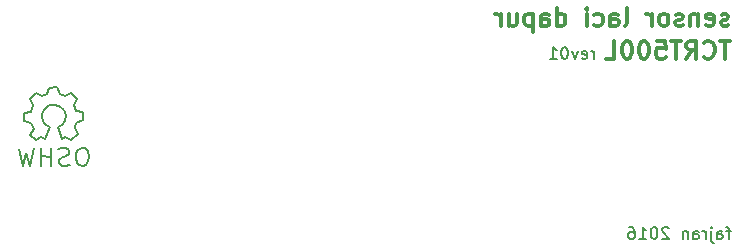
<source format=gbr>
G04 #@! TF.FileFunction,Legend,Bot*
%FSLAX46Y46*%
G04 Gerber Fmt 4.6, Leading zero omitted, Abs format (unit mm)*
G04 Created by KiCad (PCBNEW 4.0.2+e4-6225~38~ubuntu15.04.1-stable) date zo 31 jul 2016 21:50:42 CEST*
%MOMM*%
G01*
G04 APERTURE LIST*
%ADD10C,0.100000*%
%ADD11C,0.300000*%
%ADD12C,0.200000*%
%ADD13C,0.150000*%
G04 APERTURE END LIST*
D10*
D11*
X183753143Y-90872571D02*
X182896000Y-90872571D01*
X183324571Y-92372571D02*
X183324571Y-90872571D01*
X181538857Y-92229714D02*
X181610286Y-92301143D01*
X181824572Y-92372571D01*
X181967429Y-92372571D01*
X182181714Y-92301143D01*
X182324572Y-92158286D01*
X182396000Y-92015429D01*
X182467429Y-91729714D01*
X182467429Y-91515429D01*
X182396000Y-91229714D01*
X182324572Y-91086857D01*
X182181714Y-90944000D01*
X181967429Y-90872571D01*
X181824572Y-90872571D01*
X181610286Y-90944000D01*
X181538857Y-91015429D01*
X180038857Y-92372571D02*
X180538857Y-91658286D01*
X180896000Y-92372571D02*
X180896000Y-90872571D01*
X180324572Y-90872571D01*
X180181714Y-90944000D01*
X180110286Y-91015429D01*
X180038857Y-91158286D01*
X180038857Y-91372571D01*
X180110286Y-91515429D01*
X180181714Y-91586857D01*
X180324572Y-91658286D01*
X180896000Y-91658286D01*
X179610286Y-90872571D02*
X178753143Y-90872571D01*
X179181714Y-92372571D02*
X179181714Y-90872571D01*
X177538857Y-90872571D02*
X178253143Y-90872571D01*
X178324572Y-91586857D01*
X178253143Y-91515429D01*
X178110286Y-91444000D01*
X177753143Y-91444000D01*
X177610286Y-91515429D01*
X177538857Y-91586857D01*
X177467429Y-91729714D01*
X177467429Y-92086857D01*
X177538857Y-92229714D01*
X177610286Y-92301143D01*
X177753143Y-92372571D01*
X178110286Y-92372571D01*
X178253143Y-92301143D01*
X178324572Y-92229714D01*
X176538858Y-90872571D02*
X176396001Y-90872571D01*
X176253144Y-90944000D01*
X176181715Y-91015429D01*
X176110286Y-91158286D01*
X176038858Y-91444000D01*
X176038858Y-91801143D01*
X176110286Y-92086857D01*
X176181715Y-92229714D01*
X176253144Y-92301143D01*
X176396001Y-92372571D01*
X176538858Y-92372571D01*
X176681715Y-92301143D01*
X176753144Y-92229714D01*
X176824572Y-92086857D01*
X176896001Y-91801143D01*
X176896001Y-91444000D01*
X176824572Y-91158286D01*
X176753144Y-91015429D01*
X176681715Y-90944000D01*
X176538858Y-90872571D01*
X175110287Y-90872571D02*
X174967430Y-90872571D01*
X174824573Y-90944000D01*
X174753144Y-91015429D01*
X174681715Y-91158286D01*
X174610287Y-91444000D01*
X174610287Y-91801143D01*
X174681715Y-92086857D01*
X174753144Y-92229714D01*
X174824573Y-92301143D01*
X174967430Y-92372571D01*
X175110287Y-92372571D01*
X175253144Y-92301143D01*
X175324573Y-92229714D01*
X175396001Y-92086857D01*
X175467430Y-91801143D01*
X175467430Y-91444000D01*
X175396001Y-91158286D01*
X175324573Y-91015429D01*
X175253144Y-90944000D01*
X175110287Y-90872571D01*
X173253144Y-92372571D02*
X173967430Y-92372571D01*
X173967430Y-90872571D01*
D12*
X172227905Y-92400381D02*
X172227905Y-91733714D01*
X172227905Y-91924190D02*
X172180286Y-91828952D01*
X172132667Y-91781333D01*
X172037429Y-91733714D01*
X171942190Y-91733714D01*
X171227904Y-92352762D02*
X171323142Y-92400381D01*
X171513619Y-92400381D01*
X171608857Y-92352762D01*
X171656476Y-92257524D01*
X171656476Y-91876571D01*
X171608857Y-91781333D01*
X171513619Y-91733714D01*
X171323142Y-91733714D01*
X171227904Y-91781333D01*
X171180285Y-91876571D01*
X171180285Y-91971810D01*
X171656476Y-92067048D01*
X170846952Y-91733714D02*
X170608857Y-92400381D01*
X170370761Y-91733714D01*
X169799333Y-91400381D02*
X169704094Y-91400381D01*
X169608856Y-91448000D01*
X169561237Y-91495619D01*
X169513618Y-91590857D01*
X169465999Y-91781333D01*
X169465999Y-92019429D01*
X169513618Y-92209905D01*
X169561237Y-92305143D01*
X169608856Y-92352762D01*
X169704094Y-92400381D01*
X169799333Y-92400381D01*
X169894571Y-92352762D01*
X169942190Y-92305143D01*
X169989809Y-92209905D01*
X170037428Y-92019429D01*
X170037428Y-91781333D01*
X169989809Y-91590857D01*
X169942190Y-91495619D01*
X169894571Y-91448000D01*
X169799333Y-91400381D01*
X168513618Y-92400381D02*
X169085047Y-92400381D01*
X168799333Y-92400381D02*
X168799333Y-91400381D01*
X168894571Y-91543238D01*
X168989809Y-91638476D01*
X169085047Y-91686095D01*
D11*
X183610286Y-89507143D02*
X183467429Y-89578571D01*
X183181714Y-89578571D01*
X183038857Y-89507143D01*
X182967429Y-89364286D01*
X182967429Y-89292857D01*
X183038857Y-89150000D01*
X183181714Y-89078571D01*
X183396000Y-89078571D01*
X183538857Y-89007143D01*
X183610286Y-88864286D01*
X183610286Y-88792857D01*
X183538857Y-88650000D01*
X183396000Y-88578571D01*
X183181714Y-88578571D01*
X183038857Y-88650000D01*
X181753143Y-89507143D02*
X181896000Y-89578571D01*
X182181714Y-89578571D01*
X182324571Y-89507143D01*
X182396000Y-89364286D01*
X182396000Y-88792857D01*
X182324571Y-88650000D01*
X182181714Y-88578571D01*
X181896000Y-88578571D01*
X181753143Y-88650000D01*
X181681714Y-88792857D01*
X181681714Y-88935714D01*
X182396000Y-89078571D01*
X181038857Y-88578571D02*
X181038857Y-89578571D01*
X181038857Y-88721429D02*
X180967429Y-88650000D01*
X180824571Y-88578571D01*
X180610286Y-88578571D01*
X180467429Y-88650000D01*
X180396000Y-88792857D01*
X180396000Y-89578571D01*
X179753143Y-89507143D02*
X179610286Y-89578571D01*
X179324571Y-89578571D01*
X179181714Y-89507143D01*
X179110286Y-89364286D01*
X179110286Y-89292857D01*
X179181714Y-89150000D01*
X179324571Y-89078571D01*
X179538857Y-89078571D01*
X179681714Y-89007143D01*
X179753143Y-88864286D01*
X179753143Y-88792857D01*
X179681714Y-88650000D01*
X179538857Y-88578571D01*
X179324571Y-88578571D01*
X179181714Y-88650000D01*
X178253142Y-89578571D02*
X178396000Y-89507143D01*
X178467428Y-89435714D01*
X178538857Y-89292857D01*
X178538857Y-88864286D01*
X178467428Y-88721429D01*
X178396000Y-88650000D01*
X178253142Y-88578571D01*
X178038857Y-88578571D01*
X177896000Y-88650000D01*
X177824571Y-88721429D01*
X177753142Y-88864286D01*
X177753142Y-89292857D01*
X177824571Y-89435714D01*
X177896000Y-89507143D01*
X178038857Y-89578571D01*
X178253142Y-89578571D01*
X177110285Y-89578571D02*
X177110285Y-88578571D01*
X177110285Y-88864286D02*
X177038857Y-88721429D01*
X176967428Y-88650000D01*
X176824571Y-88578571D01*
X176681714Y-88578571D01*
X174824571Y-89578571D02*
X174967429Y-89507143D01*
X175038857Y-89364286D01*
X175038857Y-88078571D01*
X173610286Y-89578571D02*
X173610286Y-88792857D01*
X173681715Y-88650000D01*
X173824572Y-88578571D01*
X174110286Y-88578571D01*
X174253143Y-88650000D01*
X173610286Y-89507143D02*
X173753143Y-89578571D01*
X174110286Y-89578571D01*
X174253143Y-89507143D01*
X174324572Y-89364286D01*
X174324572Y-89221429D01*
X174253143Y-89078571D01*
X174110286Y-89007143D01*
X173753143Y-89007143D01*
X173610286Y-88935714D01*
X172253143Y-89507143D02*
X172396000Y-89578571D01*
X172681714Y-89578571D01*
X172824572Y-89507143D01*
X172896000Y-89435714D01*
X172967429Y-89292857D01*
X172967429Y-88864286D01*
X172896000Y-88721429D01*
X172824572Y-88650000D01*
X172681714Y-88578571D01*
X172396000Y-88578571D01*
X172253143Y-88650000D01*
X171610286Y-89578571D02*
X171610286Y-88578571D01*
X171610286Y-88078571D02*
X171681715Y-88150000D01*
X171610286Y-88221429D01*
X171538858Y-88150000D01*
X171610286Y-88078571D01*
X171610286Y-88221429D01*
X169110286Y-89578571D02*
X169110286Y-88078571D01*
X169110286Y-89507143D02*
X169253143Y-89578571D01*
X169538857Y-89578571D01*
X169681715Y-89507143D01*
X169753143Y-89435714D01*
X169824572Y-89292857D01*
X169824572Y-88864286D01*
X169753143Y-88721429D01*
X169681715Y-88650000D01*
X169538857Y-88578571D01*
X169253143Y-88578571D01*
X169110286Y-88650000D01*
X167753143Y-89578571D02*
X167753143Y-88792857D01*
X167824572Y-88650000D01*
X167967429Y-88578571D01*
X168253143Y-88578571D01*
X168396000Y-88650000D01*
X167753143Y-89507143D02*
X167896000Y-89578571D01*
X168253143Y-89578571D01*
X168396000Y-89507143D01*
X168467429Y-89364286D01*
X168467429Y-89221429D01*
X168396000Y-89078571D01*
X168253143Y-89007143D01*
X167896000Y-89007143D01*
X167753143Y-88935714D01*
X167038857Y-88578571D02*
X167038857Y-90078571D01*
X167038857Y-88650000D02*
X166896000Y-88578571D01*
X166610286Y-88578571D01*
X166467429Y-88650000D01*
X166396000Y-88721429D01*
X166324571Y-88864286D01*
X166324571Y-89292857D01*
X166396000Y-89435714D01*
X166467429Y-89507143D01*
X166610286Y-89578571D01*
X166896000Y-89578571D01*
X167038857Y-89507143D01*
X165038857Y-88578571D02*
X165038857Y-89578571D01*
X165681714Y-88578571D02*
X165681714Y-89364286D01*
X165610286Y-89507143D01*
X165467428Y-89578571D01*
X165253143Y-89578571D01*
X165110286Y-89507143D01*
X165038857Y-89435714D01*
X164324571Y-89578571D02*
X164324571Y-88578571D01*
X164324571Y-88864286D02*
X164253143Y-88721429D01*
X164181714Y-88650000D01*
X164038857Y-88578571D01*
X163896000Y-88578571D01*
D12*
X183800762Y-106973714D02*
X183419810Y-106973714D01*
X183657905Y-107640381D02*
X183657905Y-106783238D01*
X183610286Y-106688000D01*
X183515048Y-106640381D01*
X183419810Y-106640381D01*
X182657904Y-107640381D02*
X182657904Y-107116571D01*
X182705523Y-107021333D01*
X182800761Y-106973714D01*
X182991238Y-106973714D01*
X183086476Y-107021333D01*
X182657904Y-107592762D02*
X182753142Y-107640381D01*
X182991238Y-107640381D01*
X183086476Y-107592762D01*
X183134095Y-107497524D01*
X183134095Y-107402286D01*
X183086476Y-107307048D01*
X182991238Y-107259429D01*
X182753142Y-107259429D01*
X182657904Y-107211810D01*
X182181714Y-106973714D02*
X182181714Y-107830857D01*
X182229333Y-107926095D01*
X182324571Y-107973714D01*
X182372190Y-107973714D01*
X182181714Y-106640381D02*
X182229333Y-106688000D01*
X182181714Y-106735619D01*
X182134095Y-106688000D01*
X182181714Y-106640381D01*
X182181714Y-106735619D01*
X181705524Y-107640381D02*
X181705524Y-106973714D01*
X181705524Y-107164190D02*
X181657905Y-107068952D01*
X181610286Y-107021333D01*
X181515048Y-106973714D01*
X181419809Y-106973714D01*
X180657904Y-107640381D02*
X180657904Y-107116571D01*
X180705523Y-107021333D01*
X180800761Y-106973714D01*
X180991238Y-106973714D01*
X181086476Y-107021333D01*
X180657904Y-107592762D02*
X180753142Y-107640381D01*
X180991238Y-107640381D01*
X181086476Y-107592762D01*
X181134095Y-107497524D01*
X181134095Y-107402286D01*
X181086476Y-107307048D01*
X180991238Y-107259429D01*
X180753142Y-107259429D01*
X180657904Y-107211810D01*
X180181714Y-106973714D02*
X180181714Y-107640381D01*
X180181714Y-107068952D02*
X180134095Y-107021333D01*
X180038857Y-106973714D01*
X179895999Y-106973714D01*
X179800761Y-107021333D01*
X179753142Y-107116571D01*
X179753142Y-107640381D01*
X178562666Y-106735619D02*
X178515047Y-106688000D01*
X178419809Y-106640381D01*
X178181713Y-106640381D01*
X178086475Y-106688000D01*
X178038856Y-106735619D01*
X177991237Y-106830857D01*
X177991237Y-106926095D01*
X178038856Y-107068952D01*
X178610285Y-107640381D01*
X177991237Y-107640381D01*
X177372190Y-106640381D02*
X177276951Y-106640381D01*
X177181713Y-106688000D01*
X177134094Y-106735619D01*
X177086475Y-106830857D01*
X177038856Y-107021333D01*
X177038856Y-107259429D01*
X177086475Y-107449905D01*
X177134094Y-107545143D01*
X177181713Y-107592762D01*
X177276951Y-107640381D01*
X177372190Y-107640381D01*
X177467428Y-107592762D01*
X177515047Y-107545143D01*
X177562666Y-107449905D01*
X177610285Y-107259429D01*
X177610285Y-107021333D01*
X177562666Y-106830857D01*
X177515047Y-106735619D01*
X177467428Y-106688000D01*
X177372190Y-106640381D01*
X176086475Y-107640381D02*
X176657904Y-107640381D01*
X176372190Y-107640381D02*
X176372190Y-106640381D01*
X176467428Y-106783238D01*
X176562666Y-106878476D01*
X176657904Y-106926095D01*
X175229332Y-106640381D02*
X175419809Y-106640381D01*
X175515047Y-106688000D01*
X175562666Y-106735619D01*
X175657904Y-106878476D01*
X175705523Y-107068952D01*
X175705523Y-107449905D01*
X175657904Y-107545143D01*
X175610285Y-107592762D01*
X175515047Y-107640381D01*
X175324570Y-107640381D01*
X175229332Y-107592762D01*
X175181713Y-107545143D01*
X175134094Y-107449905D01*
X175134094Y-107211810D01*
X175181713Y-107116571D01*
X175229332Y-107068952D01*
X175324570Y-107021333D01*
X175515047Y-107021333D01*
X175610285Y-107068952D01*
X175657904Y-107116571D01*
X175705523Y-107211810D01*
D13*
X124823220Y-99971860D02*
X124462540Y-101442520D01*
X124462540Y-101442520D02*
X124183140Y-100380800D01*
X124183140Y-100380800D02*
X123873260Y-101452680D01*
X123873260Y-101452680D02*
X123532900Y-100002340D01*
X126243080Y-100662740D02*
X125453140Y-100652580D01*
X125453140Y-100652580D02*
X125442980Y-100662740D01*
X125442980Y-100662740D02*
X125442980Y-100652580D01*
X125402340Y-99941380D02*
X125402340Y-101483160D01*
X126291340Y-99931220D02*
X126291340Y-101500940D01*
X126291340Y-101500940D02*
X126281180Y-101490780D01*
X126842520Y-100032820D02*
X127193040Y-99951540D01*
X127193040Y-99951540D02*
X127513080Y-99941380D01*
X127513080Y-99941380D02*
X127751840Y-100142040D01*
X127751840Y-100142040D02*
X127782320Y-100411280D01*
X127782320Y-100411280D02*
X127541020Y-100652580D01*
X127541020Y-100652580D02*
X127152400Y-100782120D01*
X127152400Y-100782120D02*
X126972060Y-100942140D01*
X126972060Y-100942140D02*
X126931420Y-101241860D01*
X126931420Y-101241860D02*
X127162560Y-101462840D01*
X127162560Y-101462840D02*
X127482600Y-101490780D01*
X127482600Y-101490780D02*
X127833120Y-101381560D01*
X128871980Y-99931220D02*
X129120900Y-99951540D01*
X129120900Y-99951540D02*
X129362200Y-100192840D01*
X129362200Y-100192840D02*
X129451100Y-100683060D01*
X129451100Y-100683060D02*
X129423160Y-101031040D01*
X129423160Y-101031040D02*
X129222500Y-101351080D01*
X129222500Y-101351080D02*
X128971040Y-101473000D01*
X128971040Y-101473000D02*
X128661160Y-101401880D01*
X128661160Y-101401880D02*
X128442720Y-101221540D01*
X128442720Y-101221540D02*
X128371600Y-100761800D01*
X128371600Y-100761800D02*
X128422400Y-100352860D01*
X128422400Y-100352860D02*
X128531620Y-100070920D01*
X128531620Y-100070920D02*
X128892300Y-99941380D01*
X128272540Y-98211640D02*
X128531620Y-98772980D01*
X128531620Y-98772980D02*
X127993140Y-99291140D01*
X127993140Y-99291140D02*
X127472440Y-99021900D01*
X127472440Y-99021900D02*
X127193040Y-99181920D01*
X125752860Y-99161600D02*
X125422660Y-98971100D01*
X125422660Y-98971100D02*
X124983240Y-99301300D01*
X124983240Y-99301300D02*
X124510800Y-98811080D01*
X124510800Y-98811080D02*
X124792740Y-98331020D01*
X124792740Y-98331020D02*
X124602240Y-97861120D01*
X124602240Y-97861120D02*
X123992640Y-97673160D01*
X123992640Y-97673160D02*
X123992640Y-96992440D01*
X123992640Y-96992440D02*
X124551440Y-96852740D01*
X124551440Y-96852740D02*
X124752100Y-96281240D01*
X124752100Y-96281240D02*
X124482860Y-95811340D01*
X124482860Y-95811340D02*
X124952760Y-95300800D01*
X124952760Y-95300800D02*
X125470920Y-95562420D01*
X125470920Y-95562420D02*
X125940820Y-95361760D01*
X125940820Y-95361760D02*
X126111000Y-94820740D01*
X126111000Y-94820740D02*
X126801880Y-94802960D01*
X126801880Y-94802960D02*
X127012700Y-95351600D01*
X127012700Y-95351600D02*
X127431800Y-95521780D01*
X127431800Y-95521780D02*
X127982980Y-95252540D01*
X127982980Y-95252540D02*
X128501140Y-95780860D01*
X128501140Y-95780860D02*
X128252220Y-96321880D01*
X128252220Y-96321880D02*
X128422400Y-96801940D01*
X128422400Y-96801940D02*
X128971040Y-96901000D01*
X128971040Y-96901000D02*
X128981200Y-97602040D01*
X128981200Y-97602040D02*
X128422400Y-97802700D01*
X128422400Y-97802700D02*
X128282700Y-98201480D01*
X126141480Y-98181160D02*
X125841760Y-98031300D01*
X125841760Y-98031300D02*
X125641100Y-97833180D01*
X125641100Y-97833180D02*
X125491240Y-97431860D01*
X125491240Y-97431860D02*
X125491240Y-97033080D01*
X125491240Y-97033080D02*
X125641100Y-96682560D01*
X125641100Y-96682560D02*
X126093220Y-96332040D01*
X126093220Y-96332040D02*
X126542800Y-96281240D01*
X126542800Y-96281240D02*
X126941580Y-96382840D01*
X126941580Y-96382840D02*
X127342900Y-96730820D01*
X127342900Y-96730820D02*
X127492760Y-97182940D01*
X127492760Y-97182940D02*
X127441960Y-97680780D01*
X127441960Y-97680780D02*
X127193040Y-97983040D01*
X127193040Y-97983040D02*
X126842520Y-98181160D01*
X126842520Y-98181160D02*
X127193040Y-99181920D01*
X126141480Y-98181160D02*
X125742700Y-99181920D01*
M02*

</source>
